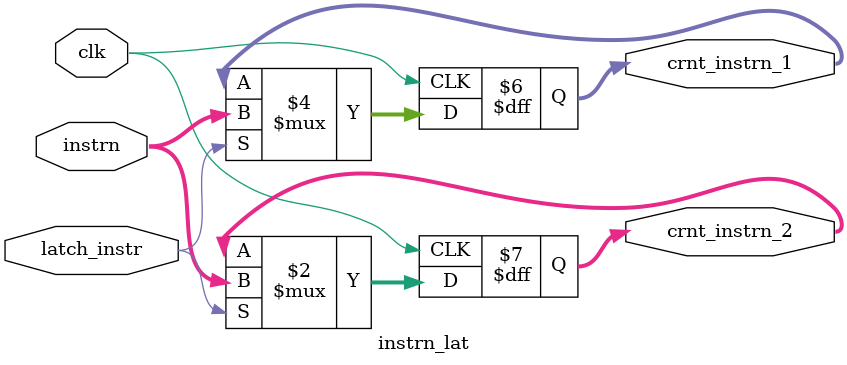
<source format=v>
module instrn_lat (
	input		clk,		// cpu clock
	input [31:0]	instrn,		// instrn for
	input		latch_instr,	// enable for latching instruction
	output reg [31:0]	crnt_instrn_1,
	output reg [31:0]	crnt_instrn_2	// instrn under/about to be processed
);


always @ (posedge clk)
begin
  if (latch_instr) begin
    crnt_instrn_1 <= instrn;
    crnt_instrn_2 <= instrn;
  end
end

endmodule

</source>
